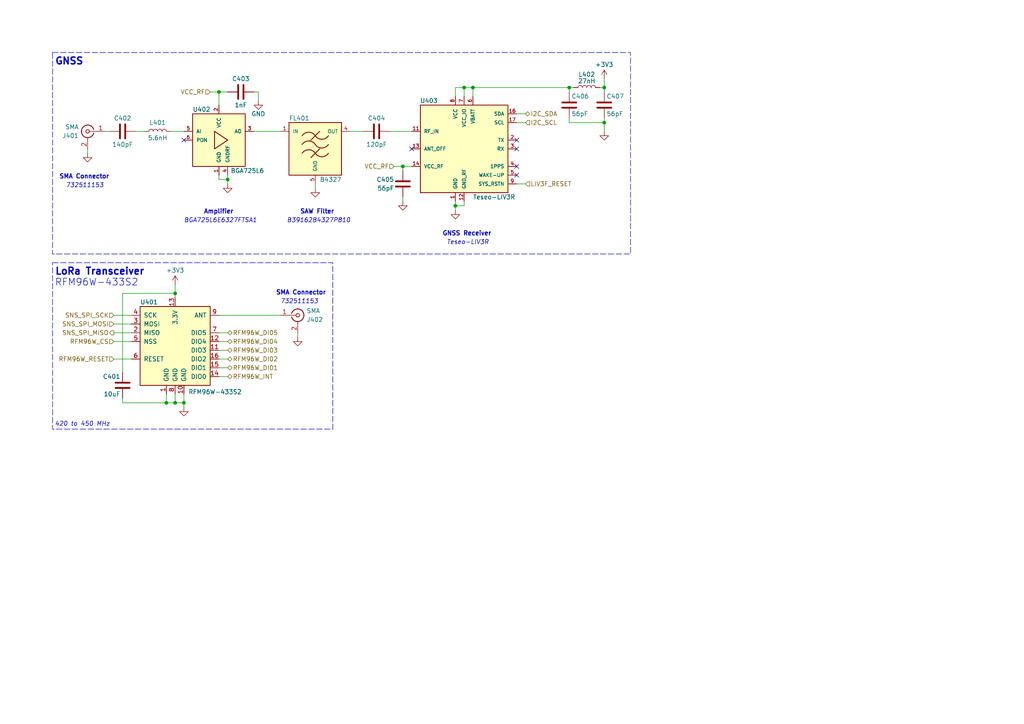
<source format=kicad_sch>
(kicad_sch (version 20230121) (generator eeschema)

  (uuid 25e87aab-0877-4568-a426-1d554c854643)

  (paper "A4")

  (title_block
    (title "MIDAS RF MK1")
    (date "2023-11-10")
    (rev "A")
    (company "Illinois Space Society")
    (comment 4 "Contributors: Yubo Wu")
  )

  (lib_symbols
    (symbol "Connector:Conn_Coaxial" (pin_names (offset 1.016) hide) (in_bom yes) (on_board yes)
      (property "Reference" "J" (at 0.254 3.048 0)
        (effects (font (size 1.27 1.27)))
      )
      (property "Value" "Conn_Coaxial" (at 2.921 0 90)
        (effects (font (size 1.27 1.27)))
      )
      (property "Footprint" "" (at 0 0 0)
        (effects (font (size 1.27 1.27)) hide)
      )
      (property "Datasheet" " ~" (at 0 0 0)
        (effects (font (size 1.27 1.27)) hide)
      )
      (property "ki_keywords" "BNC SMA SMB SMC LEMO coaxial connector CINCH RCA" (at 0 0 0)
        (effects (font (size 1.27 1.27)) hide)
      )
      (property "ki_description" "coaxial connector (BNC, SMA, SMB, SMC, Cinch/RCA, LEMO, ...)" (at 0 0 0)
        (effects (font (size 1.27 1.27)) hide)
      )
      (property "ki_fp_filters" "*BNC* *SMA* *SMB* *SMC* *Cinch* *LEMO*" (at 0 0 0)
        (effects (font (size 1.27 1.27)) hide)
      )
      (symbol "Conn_Coaxial_0_1"
        (arc (start -1.778 -0.508) (mid 0.2311 -1.8066) (end 1.778 0)
          (stroke (width 0.254) (type default))
          (fill (type none))
        )
        (polyline
          (pts
            (xy -2.54 0)
            (xy -0.508 0)
          )
          (stroke (width 0) (type default))
          (fill (type none))
        )
        (polyline
          (pts
            (xy 0 -2.54)
            (xy 0 -1.778)
          )
          (stroke (width 0) (type default))
          (fill (type none))
        )
        (circle (center 0 0) (radius 0.508)
          (stroke (width 0.2032) (type default))
          (fill (type none))
        )
        (arc (start 1.778 0) (mid 0.2099 1.8101) (end -1.778 0.508)
          (stroke (width 0.254) (type default))
          (fill (type none))
        )
      )
      (symbol "Conn_Coaxial_1_1"
        (pin passive line (at -5.08 0 0) (length 2.54)
          (name "In" (effects (font (size 1.27 1.27))))
          (number "1" (effects (font (size 1.27 1.27))))
        )
        (pin passive line (at 0 -5.08 90) (length 2.54)
          (name "Ext" (effects (font (size 1.27 1.27))))
          (number "2" (effects (font (size 1.27 1.27))))
        )
      )
    )
    (symbol "D24V50F5:C" (pin_numbers hide) (pin_names (offset 0.254)) (in_bom yes) (on_board yes)
      (property "Reference" "C" (at 0.635 2.54 0)
        (effects (font (size 1.27 1.27)) (justify left))
      )
      (property "Value" "C" (at 0.635 -2.54 0)
        (effects (font (size 1.27 1.27)) (justify left))
      )
      (property "Footprint" "" (at 0.9652 -3.81 0)
        (effects (font (size 1.27 1.27)) hide)
      )
      (property "Datasheet" "~" (at 0 0 0)
        (effects (font (size 1.27 1.27)) hide)
      )
      (property "ki_keywords" "cap capacitor" (at 0 0 0)
        (effects (font (size 1.27 1.27)) hide)
      )
      (property "ki_description" "Unpolarized capacitor" (at 0 0 0)
        (effects (font (size 1.27 1.27)) hide)
      )
      (property "ki_fp_filters" "C_*" (at 0 0 0)
        (effects (font (size 1.27 1.27)) hide)
      )
      (symbol "C_0_1"
        (polyline
          (pts
            (xy -2.032 -0.762)
            (xy 2.032 -0.762)
          )
          (stroke (width 0.508) (type default))
          (fill (type none))
        )
        (polyline
          (pts
            (xy -2.032 0.762)
            (xy 2.032 0.762)
          )
          (stroke (width 0.508) (type default))
          (fill (type none))
        )
      )
      (symbol "C_1_1"
        (pin passive line (at 0 3.81 270) (length 2.794)
          (name "~" (effects (font (size 1.27 1.27))))
          (number "1" (effects (font (size 1.27 1.27))))
        )
        (pin passive line (at 0 -3.81 90) (length 2.794)
          (name "~" (effects (font (size 1.27 1.27))))
          (number "2" (effects (font (size 1.27 1.27))))
        )
      )
    )
    (symbol "Device:C" (pin_numbers hide) (pin_names (offset 0.254)) (in_bom yes) (on_board yes)
      (property "Reference" "C" (at 0.635 2.54 0)
        (effects (font (size 1.27 1.27)) (justify left))
      )
      (property "Value" "C" (at 0.635 -2.54 0)
        (effects (font (size 1.27 1.27)) (justify left))
      )
      (property "Footprint" "" (at 0.9652 -3.81 0)
        (effects (font (size 1.27 1.27)) hide)
      )
      (property "Datasheet" "~" (at 0 0 0)
        (effects (font (size 1.27 1.27)) hide)
      )
      (property "ki_keywords" "cap capacitor" (at 0 0 0)
        (effects (font (size 1.27 1.27)) hide)
      )
      (property "ki_description" "Unpolarized capacitor" (at 0 0 0)
        (effects (font (size 1.27 1.27)) hide)
      )
      (property "ki_fp_filters" "C_*" (at 0 0 0)
        (effects (font (size 1.27 1.27)) hide)
      )
      (symbol "C_0_1"
        (polyline
          (pts
            (xy -2.032 -0.762)
            (xy 2.032 -0.762)
          )
          (stroke (width 0.508) (type default))
          (fill (type none))
        )
        (polyline
          (pts
            (xy -2.032 0.762)
            (xy 2.032 0.762)
          )
          (stroke (width 0.508) (type default))
          (fill (type none))
        )
      )
      (symbol "C_1_1"
        (pin passive line (at 0 3.81 270) (length 2.794)
          (name "~" (effects (font (size 1.27 1.27))))
          (number "1" (effects (font (size 1.27 1.27))))
        )
        (pin passive line (at 0 -3.81 90) (length 2.794)
          (name "~" (effects (font (size 1.27 1.27))))
          (number "2" (effects (font (size 1.27 1.27))))
        )
      )
    )
    (symbol "Device:L" (pin_numbers hide) (pin_names (offset 1.016) hide) (in_bom yes) (on_board yes)
      (property "Reference" "L" (at -1.27 0 90)
        (effects (font (size 1.27 1.27)))
      )
      (property "Value" "L" (at 1.905 0 90)
        (effects (font (size 1.27 1.27)))
      )
      (property "Footprint" "" (at 0 0 0)
        (effects (font (size 1.27 1.27)) hide)
      )
      (property "Datasheet" "~" (at 0 0 0)
        (effects (font (size 1.27 1.27)) hide)
      )
      (property "ki_keywords" "inductor choke coil reactor magnetic" (at 0 0 0)
        (effects (font (size 1.27 1.27)) hide)
      )
      (property "ki_description" "Inductor" (at 0 0 0)
        (effects (font (size 1.27 1.27)) hide)
      )
      (property "ki_fp_filters" "Choke_* *Coil* Inductor_* L_*" (at 0 0 0)
        (effects (font (size 1.27 1.27)) hide)
      )
      (symbol "L_0_1"
        (arc (start 0 -2.54) (mid 0.6323 -1.905) (end 0 -1.27)
          (stroke (width 0) (type default))
          (fill (type none))
        )
        (arc (start 0 -1.27) (mid 0.6323 -0.635) (end 0 0)
          (stroke (width 0) (type default))
          (fill (type none))
        )
        (arc (start 0 0) (mid 0.6323 0.635) (end 0 1.27)
          (stroke (width 0) (type default))
          (fill (type none))
        )
        (arc (start 0 1.27) (mid 0.6323 1.905) (end 0 2.54)
          (stroke (width 0) (type default))
          (fill (type none))
        )
      )
      (symbol "L_1_1"
        (pin passive line (at 0 3.81 270) (length 1.27)
          (name "1" (effects (font (size 1.27 1.27))))
          (number "1" (effects (font (size 1.27 1.27))))
        )
        (pin passive line (at 0 -3.81 90) (length 1.27)
          (name "2" (effects (font (size 1.27 1.27))))
          (number "2" (effects (font (size 1.27 1.27))))
        )
      )
    )
    (symbol "RF_Amplifier_Infineon:BGA725L6" (pin_names (offset 1.016)) (in_bom yes) (on_board yes)
      (property "Reference" "U" (at -6.985 8.89 0)
        (effects (font (size 1.27 1.27)))
      )
      (property "Value" "BGA725L6" (at 6.985 8.89 0)
        (effects (font (size 1.27 1.27)))
      )
      (property "Footprint" "RF_Amplifier_Infineon:TSNP-6-2" (at 0 0 0)
        (effects (font (size 1.27 1.27)) (justify bottom) hide)
      )
      (property "Datasheet" "https://www.infineon.com/dgdl/BGA725L6_V2+0.pdf?folderId=db3a30431f848401011fcbf2ab4c04c4&fileId=db3a30433784a0400137ef9a4d341f23" (at 0 0 0)
        (effects (font (size 1.27 1.27)) hide)
      )
      (property "ki_keywords" "Low Noise Amplifier GNSS 20db 3.6mA Infineon" (at 0 0 0)
        (effects (font (size 1.27 1.27)) hide)
      )
      (property "ki_description" "Low Noise Amplifier GNSS 20db 3.6mA Infineon" (at 0 0 0)
        (effects (font (size 1.27 1.27)) hide)
      )
      (symbol "BGA725L6_0_0"
        (rectangle (start -7.62 7.62) (end 7.62 -7.62)
          (stroke (width 0.254) (type default))
          (fill (type background))
        )
        (pin power_in line (at 0 -10.16 90) (length 2.54)
          (name "GND" (effects (font (size 1.016 1.016))))
          (number "1" (effects (font (size 1.016 1.016))))
        )
        (pin power_in line (at 0 10.16 270) (length 2.54)
          (name "VCC" (effects (font (size 1.016 1.016))))
          (number "2" (effects (font (size 1.016 1.016))))
        )
        (pin output line (at 10.16 2.54 180) (length 2.54)
          (name "AO" (effects (font (size 1.016 1.016))))
          (number "3" (effects (font (size 1.016 1.016))))
        )
        (pin power_in line (at 2.54 -10.16 90) (length 2.54)
          (name "GNDRF" (effects (font (size 1.016 1.016))))
          (number "4" (effects (font (size 1.016 1.016))))
        )
        (pin input line (at -10.16 2.54 0) (length 2.54)
          (name "AI" (effects (font (size 1.016 1.016))))
          (number "5" (effects (font (size 1.016 1.016))))
        )
        (pin input line (at -10.16 0 0) (length 2.54)
          (name "PON" (effects (font (size 1.016 1.016))))
          (number "6" (effects (font (size 1.016 1.016))))
        )
      )
      (symbol "BGA725L6_1_1"
        (polyline
          (pts
            (xy -1.27 2.54)
            (xy 2.54 0)
            (xy -1.27 -2.54)
            (xy -1.27 2.54)
          )
          (stroke (width 0.254) (type default))
          (fill (type background))
        )
      )
    )
    (symbol "RF_Filter_Qualcomm:B4327" (pin_names (offset 1.016)) (in_bom yes) (on_board yes)
      (property "Reference" "FL" (at -6.35 8.89 0)
        (effects (font (size 1.27 1.27)))
      )
      (property "Value" "B4327" (at 5.08 8.89 0)
        (effects (font (size 1.27 1.27)))
      )
      (property "Footprint" "RF_Filter_Qualcomm:SMD-5" (at 2.54 -17.78 0)
        (effects (font (size 1.27 1.27)) (justify bottom) hide)
      )
      (property "Datasheet" "https://mm.digikey.com/Volume0/opasdata/d220001/medias/docus/992/B39162B4327P810_Rev2.2.pdf" (at -6.35 0 0)
        (effects (font (size 1.27 1.27)) hide)
      )
      (property "ki_keywords" "SAW RF filter Beidou GPS GLONASS Center 1582.4 MHz Qualcomm" (at 0 0 0)
        (effects (font (size 1.27 1.27)) hide)
      )
      (property "ki_description" "SAW RF filter, Beidou GPS GLONASS Center 1582.4 MHz Qualcomm" (at 0 0 0)
        (effects (font (size 1.27 1.27)) hide)
      )
      (symbol "B4327_0_0"
        (rectangle (start -7.62 7.62) (end 7.62 -7.62)
          (stroke (width 0.254) (type default))
          (fill (type background))
        )
        (pin input line (at -10.16 5.08 0) (length 2.54)
          (name "IN" (effects (font (size 1.016 1.016))))
          (number "1" (effects (font (size 1.016 1.016))))
        )
        (pin output line (at 10.16 5.08 180) (length 2.54)
          (name "OUT" (effects (font (size 1.016 1.016))))
          (number "4" (effects (font (size 1.016 1.016))))
        )
        (pin power_in line (at 0 -10.16 90) (length 2.54)
          (name "GND" (effects (font (size 1.016 1.016))))
          (number "5" (effects (font (size 1.016 1.016))))
        )
      )
      (symbol "B4327_0_1"
        (arc (start 0 -1.2699) (mid -1.905 -0.2504) (end -3.81 -1.2699)
          (stroke (width 0.254) (type default))
          (fill (type none))
        )
        (arc (start 0 -1.2699) (mid 1.905 -2.2894) (end 3.81 -1.2699)
          (stroke (width 0.254) (type default))
          (fill (type none))
        )
        (polyline
          (pts
            (xy -1.27 -2.5399)
            (xy 1.27 0.0001)
          )
          (stroke (width 0.254) (type default))
          (fill (type none))
        )
        (polyline
          (pts
            (xy -1.27 2.5401)
            (xy 1.27 5.0801)
          )
          (stroke (width 0.254) (type default))
          (fill (type none))
        )
        (arc (start 0 1.2701) (mid -1.905 2.2896) (end -3.81 1.2701)
          (stroke (width 0.254) (type default))
          (fill (type none))
        )
        (arc (start 0 1.2701) (mid 1.905 0.2506) (end 3.81 1.2701)
          (stroke (width 0.254) (type default))
          (fill (type none))
        )
        (arc (start 0 3.8101) (mid -1.905 4.8296) (end -3.81 3.8101)
          (stroke (width 0.254) (type default))
          (fill (type none))
        )
        (arc (start 0 3.8101) (mid 1.905 2.7906) (end 3.81 3.8101)
          (stroke (width 0.254) (type default))
          (fill (type none))
        )
      )
      (symbol "B4327_1_0"
        (pin power_in line (at 0 -10.16 90) (length 2.54) hide
          (name "GND" (effects (font (size 1.016 1.016))))
          (number "2" (effects (font (size 1.016 1.016))))
        )
        (pin power_in line (at 0 -10.16 90) (length 2.54) hide
          (name "GND" (effects (font (size 1.016 1.016))))
          (number "3" (effects (font (size 1.016 1.016))))
        )
      )
    )
    (symbol "RF_GPS_ST:Teseo-LIV3R" (pin_names (offset 1.016)) (in_bom yes) (on_board yes)
      (property "Reference" "U" (at 40.64 -45.72 0)
        (effects (font (size 1.27 1.27)))
      )
      (property "Value" "Teseo-LIV3R" (at 40.64 -43.18 0)
        (effects (font (size 1.27 1.27)))
      )
      (property "Footprint" "RF_GPS_ST:Teseo-LIV3R" (at -12.7 -40.64 0)
        (effects (font (size 1.27 1.27)) (justify bottom) hide)
      )
      (property "Datasheet" "https://www.st.com/resource/en/datasheet/teseo-liv3r.pdf" (at -2.54 -50.8 0)
        (effects (font (size 1.27 1.27)) hide)
      )
      (property "ki_keywords" "GNSS GPS Module ROM 100km 163 dBm tracking sensitivity 1.5 m CEP ST STMicroelectronics" (at 0 0 0)
        (effects (font (size 1.27 1.27)) hide)
      )
      (property "ki_description" "GNSS Module ROM 100km, 163 dBm tracking sensitivity, 1.5 m CEP ST" (at 0 0 0)
        (effects (font (size 1.27 1.27)) hide)
      )
      (symbol "Teseo-LIV3R_0_0"
        (rectangle (start -12.7 12.7) (end 12.7 -12.7)
          (stroke (width 0.254) (type default))
          (fill (type background))
        )
        (pin power_in line (at 2.54 -15.24 90) (length 2.54)
          (name "GND" (effects (font (size 1.016 1.016))))
          (number "1" (effects (font (size 1.016 1.016))))
        )
        (pin input line (at 15.24 5.08 180) (length 2.54)
          (name "RF_IN" (effects (font (size 1.016 1.016))))
          (number "11" (effects (font (size 1.016 1.016))))
        )
        (pin power_in line (at 0 -15.24 90) (length 2.54)
          (name "GND_RF" (effects (font (size 1.016 1.016))))
          (number "12" (effects (font (size 1.016 1.016))))
        )
        (pin output line (at 15.24 0 180) (length 2.54)
          (name "ANT_OFF" (effects (font (size 1.016 1.016))))
          (number "13" (effects (font (size 1.016 1.016))))
        )
        (pin power_out line (at 15.24 -5.08 180) (length 2.54)
          (name "VCC_RF" (effects (font (size 1.016 1.016))))
          (number "14" (effects (font (size 1.016 1.016))))
        )
        (pin bidirectional line (at -15.24 10.16 0) (length 2.54)
          (name "SDA" (effects (font (size 1.016 1.016))))
          (number "16" (effects (font (size 1.016 1.016))))
        )
        (pin input line (at -15.24 7.62 0) (length 2.54)
          (name "SCL" (effects (font (size 1.016 1.016))))
          (number "17" (effects (font (size 1.016 1.016))))
        )
        (pin output line (at -15.24 2.54 0) (length 2.54)
          (name "TX" (effects (font (size 1.016 1.016))))
          (number "2" (effects (font (size 1.016 1.016))))
        )
        (pin input line (at -15.24 0 0) (length 2.54)
          (name "RX" (effects (font (size 1.016 1.016))))
          (number "3" (effects (font (size 1.016 1.016))))
        )
        (pin output line (at -15.24 -5.08 0) (length 2.54)
          (name "1PPS" (effects (font (size 1.016 1.016))))
          (number "4" (effects (font (size 1.016 1.016))))
        )
        (pin input line (at -15.24 -7.62 0) (length 2.54)
          (name "WAKE-UP" (effects (font (size 1.016 1.016))))
          (number "5" (effects (font (size 1.016 1.016))))
        )
        (pin power_in line (at -2.54 15.24 270) (length 2.54)
          (name "VBATT" (effects (font (size 1.016 1.016))))
          (number "6" (effects (font (size 1.016 1.016))))
        )
        (pin power_in line (at 0 15.24 270) (length 2.54)
          (name "VCC_IO" (effects (font (size 1.016 1.016))))
          (number "7" (effects (font (size 1.016 1.016))))
        )
        (pin power_in line (at 2.54 15.24 270) (length 2.54)
          (name "VCC" (effects (font (size 1.016 1.016))))
          (number "8" (effects (font (size 1.016 1.016))))
        )
        (pin input line (at -15.24 -10.16 0) (length 2.54)
          (name "SYS_RSTN" (effects (font (size 1.016 1.016))))
          (number "9" (effects (font (size 1.016 1.016))))
        )
      )
      (symbol "Teseo-LIV3R_1_0"
        (pin power_in line (at 0 -15.24 90) (length 2.54) hide
          (name "GND_RF" (effects (font (size 1.016 1.016))))
          (number "10" (effects (font (size 1.016 1.016))))
        )
        (pin no_connect line (at 15.24 -10.16 180) (length 2.54) hide
          (name "RESERVED" (effects (font (size 1.016 1.016))))
          (number "15" (effects (font (size 1.016 1.016))))
        )
        (pin no_connect line (at 15.24 -10.16 180) (length 2.54) hide
          (name "RESERVED" (effects (font (size 1.016 1.016))))
          (number "18" (effects (font (size 1.016 1.016))))
        )
      )
    )
    (symbol "RF_Module:RFM96W-433S2" (pin_names (offset 1.016)) (in_bom yes) (on_board yes)
      (property "Reference" "U" (at -10.414 11.684 0)
        (effects (font (size 1.27 1.27)) (justify left))
      )
      (property "Value" "RFM96W-433S2" (at 1.524 11.43 0)
        (effects (font (size 1.27 1.27)) (justify left))
      )
      (property "Footprint" "" (at -83.82 41.91 0)
        (effects (font (size 1.27 1.27)) hide)
      )
      (property "Datasheet" "https://www.hoperf.com/data/upload/portal/20181127/5bfcc0ac60235.pdf" (at -83.82 41.91 0)
        (effects (font (size 1.27 1.27)) hide)
      )
      (property "ki_keywords" "Low power long range transceiver module" (at 0 0 0)
        (effects (font (size 1.27 1.27)) hide)
      )
      (property "ki_description" "Low power long range transceiver module, SPI and parallel interface, 433 MHz, spreading factor 6 to12, bandwidth 7.8 to 500kHz, -111 to -148 dBm, SMD-16, DIP-16" (at 0 0 0)
        (effects (font (size 1.27 1.27)) hide)
      )
      (property "ki_fp_filters" "HOPERF*RFM9XW*" (at 0 0 0)
        (effects (font (size 1.27 1.27)) hide)
      )
      (symbol "RFM96W-433S2_0_1"
        (rectangle (start -10.16 10.16) (end 10.16 -12.7)
          (stroke (width 0.254) (type default))
          (fill (type background))
        )
      )
      (symbol "RFM96W-433S2_1_1"
        (pin power_in line (at -2.54 -15.24 90) (length 2.54)
          (name "GND" (effects (font (size 1.27 1.27))))
          (number "1" (effects (font (size 1.27 1.27))))
        )
        (pin power_in line (at 2.54 -15.24 90) (length 2.54)
          (name "GND" (effects (font (size 1.27 1.27))))
          (number "10" (effects (font (size 1.27 1.27))))
        )
        (pin bidirectional line (at 12.7 -2.54 180) (length 2.54)
          (name "DIO3" (effects (font (size 1.27 1.27))))
          (number "11" (effects (font (size 1.27 1.27))))
        )
        (pin bidirectional line (at 12.7 0 180) (length 2.54)
          (name "DIO4" (effects (font (size 1.27 1.27))))
          (number "12" (effects (font (size 1.27 1.27))))
        )
        (pin power_in line (at 0 12.7 270) (length 2.54)
          (name "3.3V" (effects (font (size 1.27 1.27))))
          (number "13" (effects (font (size 1.27 1.27))))
        )
        (pin bidirectional line (at 12.7 -10.16 180) (length 2.54)
          (name "DIO0" (effects (font (size 1.27 1.27))))
          (number "14" (effects (font (size 1.27 1.27))))
        )
        (pin bidirectional line (at 12.7 -7.62 180) (length 2.54)
          (name "DIO1" (effects (font (size 1.27 1.27))))
          (number "15" (effects (font (size 1.27 1.27))))
        )
        (pin bidirectional line (at 12.7 -5.08 180) (length 2.54)
          (name "DIO2" (effects (font (size 1.27 1.27))))
          (number "16" (effects (font (size 1.27 1.27))))
        )
        (pin output line (at -12.7 2.54 0) (length 2.54)
          (name "MISO" (effects (font (size 1.27 1.27))))
          (number "2" (effects (font (size 1.27 1.27))))
        )
        (pin input line (at -12.7 5.08 0) (length 2.54)
          (name "MOSI" (effects (font (size 1.27 1.27))))
          (number "3" (effects (font (size 1.27 1.27))))
        )
        (pin input line (at -12.7 7.62 0) (length 2.54)
          (name "SCK" (effects (font (size 1.27 1.27))))
          (number "4" (effects (font (size 1.27 1.27))))
        )
        (pin input line (at -12.7 0 0) (length 2.54)
          (name "NSS" (effects (font (size 1.27 1.27))))
          (number "5" (effects (font (size 1.27 1.27))))
        )
        (pin bidirectional line (at -12.7 -5.08 0) (length 2.54)
          (name "RESET" (effects (font (size 1.27 1.27))))
          (number "6" (effects (font (size 1.27 1.27))))
        )
        (pin bidirectional line (at 12.7 2.54 180) (length 2.54)
          (name "DIO5" (effects (font (size 1.27 1.27))))
          (number "7" (effects (font (size 1.27 1.27))))
        )
        (pin power_in line (at 0 -15.24 90) (length 2.54)
          (name "GND" (effects (font (size 1.27 1.27))))
          (number "8" (effects (font (size 1.27 1.27))))
        )
        (pin bidirectional line (at 12.7 7.62 180) (length 2.54)
          (name "ANT" (effects (font (size 1.27 1.27))))
          (number "9" (effects (font (size 1.27 1.27))))
        )
      )
    )
    (symbol "power:+3V3" (power) (pin_names (offset 0)) (in_bom yes) (on_board yes)
      (property "Reference" "#PWR" (at 0 -3.81 0)
        (effects (font (size 1.27 1.27)) hide)
      )
      (property "Value" "+3V3" (at 0 3.556 0)
        (effects (font (size 1.27 1.27)))
      )
      (property "Footprint" "" (at 0 0 0)
        (effects (font (size 1.27 1.27)) hide)
      )
      (property "Datasheet" "" (at 0 0 0)
        (effects (font (size 1.27 1.27)) hide)
      )
      (property "ki_keywords" "global power" (at 0 0 0)
        (effects (font (size 1.27 1.27)) hide)
      )
      (property "ki_description" "Power symbol creates a global label with name \"+3V3\"" (at 0 0 0)
        (effects (font (size 1.27 1.27)) hide)
      )
      (symbol "+3V3_0_1"
        (polyline
          (pts
            (xy -0.762 1.27)
            (xy 0 2.54)
          )
          (stroke (width 0) (type default))
          (fill (type none))
        )
        (polyline
          (pts
            (xy 0 0)
            (xy 0 2.54)
          )
          (stroke (width 0) (type default))
          (fill (type none))
        )
        (polyline
          (pts
            (xy 0 2.54)
            (xy 0.762 1.27)
          )
          (stroke (width 0) (type default))
          (fill (type none))
        )
      )
      (symbol "+3V3_1_1"
        (pin power_in line (at 0 0 90) (length 0) hide
          (name "+3V3" (effects (font (size 1.27 1.27))))
          (number "1" (effects (font (size 1.27 1.27))))
        )
      )
    )
    (symbol "power:GND" (power) (pin_names (offset 0)) (in_bom yes) (on_board yes)
      (property "Reference" "#PWR" (at 0 -6.35 0)
        (effects (font (size 1.27 1.27)) hide)
      )
      (property "Value" "GND" (at 0 -3.81 0)
        (effects (font (size 1.27 1.27)))
      )
      (property "Footprint" "" (at 0 0 0)
        (effects (font (size 1.27 1.27)) hide)
      )
      (property "Datasheet" "" (at 0 0 0)
        (effects (font (size 1.27 1.27)) hide)
      )
      (property "ki_keywords" "global power" (at 0 0 0)
        (effects (font (size 1.27 1.27)) hide)
      )
      (property "ki_description" "Power symbol creates a global label with name \"GND\" , ground" (at 0 0 0)
        (effects (font (size 1.27 1.27)) hide)
      )
      (symbol "GND_0_1"
        (polyline
          (pts
            (xy 0 0)
            (xy 0 -1.27)
            (xy 1.27 -1.27)
            (xy 0 -2.54)
            (xy -1.27 -1.27)
            (xy 0 -1.27)
          )
          (stroke (width 0) (type default))
          (fill (type none))
        )
      )
      (symbol "GND_1_1"
        (pin power_in line (at 0 0 270) (length 0) hide
          (name "GND" (effects (font (size 1.27 1.27))))
          (number "1" (effects (font (size 1.27 1.27))))
        )
      )
    )
  )

  (junction (at 137.16 25.4) (diameter 0) (color 0 0 0 0)
    (uuid 090a6cb9-6d4a-4854-a20a-2c2732df7054)
  )
  (junction (at 50.8 116.84) (diameter 0) (color 0 0 0 0)
    (uuid 0ba13694-939c-4532-9187-4742aa17f50e)
  )
  (junction (at 63.5 26.67) (diameter 0) (color 0 0 0 0)
    (uuid 11a83047-24d5-485c-b791-3fa38fd032ba)
  )
  (junction (at 66.04 52.07) (diameter 0) (color 0 0 0 0)
    (uuid 16e415d0-fd45-4d40-90f8-3097c0fbd2de)
  )
  (junction (at 48.26 116.84) (diameter 0) (color 0 0 0 0)
    (uuid 6132ba98-10d2-46e9-8a75-37908c3d83cb)
  )
  (junction (at 50.8 85.09) (diameter 0) (color 0 0 0 0)
    (uuid 6ff050e2-fdb7-40da-a6c9-d93cbfc16d46)
  )
  (junction (at 175.26 25.4) (diameter 0) (color 0 0 0 0)
    (uuid 76866073-c301-47a5-a290-a8f9c9921380)
  )
  (junction (at 132.08 59.69) (diameter 0) (color 0 0 0 0)
    (uuid 8ad7099c-ef57-4e2f-9c77-d4bc9af13d59)
  )
  (junction (at 116.84 48.26) (diameter 0) (color 0 0 0 0)
    (uuid 9502afc8-c1b1-44cd-a291-f151caa7551d)
  )
  (junction (at 134.62 25.4) (diameter 0) (color 0 0 0 0)
    (uuid a9b13e46-2f85-4e8a-805c-53976fd75c88)
  )
  (junction (at 175.26 35.56) (diameter 0) (color 0 0 0 0)
    (uuid d0c4325c-970e-4ab3-beec-4f9d644566d5)
  )
  (junction (at 53.34 116.84) (diameter 0) (color 0 0 0 0)
    (uuid f851b4d0-1fe9-4430-98c8-ff0cf3ffa95b)
  )
  (junction (at 165.1 25.4) (diameter 0) (color 0 0 0 0)
    (uuid f96cc8cc-ce3d-4daa-93da-bf626e2719bd)
  )

  (no_connect (at 149.86 48.26) (uuid 1e44f6a7-1fb4-44e2-8f15-236bce9aa898))
  (no_connect (at 53.34 40.64) (uuid 49a84844-6fa3-46f4-8694-3a10ed2a0b99))
  (no_connect (at 149.86 43.18) (uuid 6c83b8ca-f50c-4bdf-9702-1f599c997f96))
  (no_connect (at 149.86 50.8) (uuid ad9112ad-e23c-45f6-bd99-717d6cd4a26f))
  (no_connect (at 149.86 40.64) (uuid b14df118-85a9-408a-8098-487c2b74a401))
  (no_connect (at 119.38 43.18) (uuid c7a5ecf8-b22b-41db-8406-21c6ab395c1b))

  (wire (pts (xy 35.56 85.09) (xy 50.8 85.09))
    (stroke (width 0) (type default))
    (uuid 03087d76-77f1-441e-b954-9768bfde7810)
  )
  (wire (pts (xy 132.08 59.69) (xy 132.08 60.96))
    (stroke (width 0) (type default))
    (uuid 06f89051-9556-4821-9f18-ade0e598e1dc)
  )
  (wire (pts (xy 134.62 59.69) (xy 134.62 58.42))
    (stroke (width 0) (type default))
    (uuid 079c0b26-b7dc-4f6b-b5be-e33cb2783749)
  )
  (wire (pts (xy 175.26 25.4) (xy 173.99 25.4))
    (stroke (width 0) (type default))
    (uuid 0a99bfae-ac2e-4095-a01e-eb14597ae6fa)
  )
  (wire (pts (xy 63.5 109.22) (xy 66.04 109.22))
    (stroke (width 0) (type default))
    (uuid 0f4f4dd6-1e93-400f-9ebf-c53a5f9a105f)
  )
  (wire (pts (xy 63.5 50.8) (xy 63.5 52.07))
    (stroke (width 0) (type default))
    (uuid 11c3354a-2b31-4cd2-a108-4a554e644a82)
  )
  (wire (pts (xy 49.53 38.1) (xy 53.34 38.1))
    (stroke (width 0) (type default))
    (uuid 14024566-1e4e-432d-ba45-8601f4ec9dcb)
  )
  (wire (pts (xy 50.8 85.09) (xy 50.8 86.36))
    (stroke (width 0) (type default))
    (uuid 1bcd572d-f1ea-4723-a50f-d4a0e0e53bf6)
  )
  (wire (pts (xy 113.03 38.1) (xy 119.38 38.1))
    (stroke (width 0) (type default))
    (uuid 25415565-3c25-453b-bdd7-8ef6d7b879e3)
  )
  (wire (pts (xy 48.26 116.84) (xy 50.8 116.84))
    (stroke (width 0) (type default))
    (uuid 25a2b644-a177-435c-9882-4ba7fee900fe)
  )
  (wire (pts (xy 63.5 30.48) (xy 63.5 26.67))
    (stroke (width 0) (type default))
    (uuid 272bba3c-7fa4-47ce-8a36-c01b7916a1f2)
  )
  (wire (pts (xy 86.36 96.52) (xy 86.36 97.79))
    (stroke (width 0) (type default))
    (uuid 2849c13f-74d0-4cf8-98db-d5b3e72362c5)
  )
  (wire (pts (xy 25.4 43.18) (xy 25.4 44.45))
    (stroke (width 0) (type default))
    (uuid 2aff4f09-ae1c-4859-9e98-7d776910f2f1)
  )
  (wire (pts (xy 50.8 82.55) (xy 50.8 85.09))
    (stroke (width 0) (type default))
    (uuid 2dd2bf80-3bef-4dd6-be01-85a0f8aefabb)
  )
  (wire (pts (xy 152.4 35.56) (xy 149.86 35.56))
    (stroke (width 0) (type default))
    (uuid 366e6c32-cbcb-4919-8d16-e86ab298eed1)
  )
  (wire (pts (xy 74.93 29.21) (xy 74.93 26.67))
    (stroke (width 0) (type default))
    (uuid 3b9fcb47-3da0-4598-8034-932eac470143)
  )
  (wire (pts (xy 132.08 58.42) (xy 132.08 59.69))
    (stroke (width 0) (type default))
    (uuid 3efbca2a-7b1b-4c95-bcbb-b92e115bf088)
  )
  (wire (pts (xy 134.62 25.4) (xy 134.62 27.94))
    (stroke (width 0) (type default))
    (uuid 4276e03b-3454-41a0-8297-c704f2dd628d)
  )
  (wire (pts (xy 50.8 114.3) (xy 50.8 116.84))
    (stroke (width 0) (type default))
    (uuid 486d7c56-1775-47ae-baf3-54399d3ebb13)
  )
  (wire (pts (xy 63.5 96.52) (xy 66.04 96.52))
    (stroke (width 0) (type default))
    (uuid 498b33d2-8450-40ed-ab7e-f5fc4d39daa5)
  )
  (wire (pts (xy 137.16 25.4) (xy 137.16 27.94))
    (stroke (width 0) (type default))
    (uuid 4a38a4fa-f94f-4df1-8ab0-6aa645b90beb)
  )
  (wire (pts (xy 39.37 38.1) (xy 41.91 38.1))
    (stroke (width 0) (type default))
    (uuid 4bba74ac-c0d5-4ddf-a742-b0e7c9c673f0)
  )
  (wire (pts (xy 175.26 22.86) (xy 175.26 25.4))
    (stroke (width 0) (type default))
    (uuid 4dc93374-de5c-4827-8996-5f690841ee95)
  )
  (wire (pts (xy 63.5 104.14) (xy 66.04 104.14))
    (stroke (width 0) (type default))
    (uuid 50e7d98d-37e9-4fb9-be3c-68acfb88729f)
  )
  (wire (pts (xy 63.5 52.07) (xy 66.04 52.07))
    (stroke (width 0) (type default))
    (uuid 5286a527-95c9-4bec-97c3-87795f537336)
  )
  (wire (pts (xy 63.5 91.44) (xy 81.28 91.44))
    (stroke (width 0) (type default))
    (uuid 61230c4b-42d4-4916-b248-0672e4717d6c)
  )
  (wire (pts (xy 33.02 104.14) (xy 38.1 104.14))
    (stroke (width 0) (type default))
    (uuid 63d82eec-2d08-48d2-ab36-42b9fbded041)
  )
  (wire (pts (xy 38.1 91.44) (xy 33.02 91.44))
    (stroke (width 0) (type default))
    (uuid 6721879f-574e-4b66-9ecd-a2487d72ceed)
  )
  (wire (pts (xy 63.5 106.68) (xy 66.04 106.68))
    (stroke (width 0) (type default))
    (uuid 686e5b7e-966a-442d-8a93-853d103be033)
  )
  (wire (pts (xy 165.1 34.29) (xy 165.1 35.56))
    (stroke (width 0) (type default))
    (uuid 693e52a5-cc09-4445-99fc-f2e86ea89685)
  )
  (wire (pts (xy 60.96 26.67) (xy 63.5 26.67))
    (stroke (width 0) (type default))
    (uuid 6a1562ff-48c2-4017-865b-4eb4550ce47a)
  )
  (wire (pts (xy 132.08 27.94) (xy 132.08 25.4))
    (stroke (width 0) (type default))
    (uuid 703a33f6-86ff-4cde-ab54-c3785cd3e5d9)
  )
  (wire (pts (xy 30.48 38.1) (xy 31.75 38.1))
    (stroke (width 0) (type default))
    (uuid 75447a1d-38ba-497f-98c9-8db3415378f8)
  )
  (wire (pts (xy 116.84 48.26) (xy 116.84 49.53))
    (stroke (width 0) (type default))
    (uuid 8d5d3461-b5f1-4bda-8b85-9caf79a5d522)
  )
  (wire (pts (xy 66.04 50.8) (xy 66.04 52.07))
    (stroke (width 0) (type default))
    (uuid 90848836-7e21-45e6-98bb-c9b4409960c5)
  )
  (wire (pts (xy 152.4 53.34) (xy 149.86 53.34))
    (stroke (width 0) (type default))
    (uuid 9623c725-45cd-40ad-a5b8-35b2ede7add7)
  )
  (wire (pts (xy 48.26 114.3) (xy 48.26 116.84))
    (stroke (width 0) (type default))
    (uuid 99f95a07-5dfb-4781-96e5-4dbd26bc62ef)
  )
  (wire (pts (xy 119.38 48.26) (xy 116.84 48.26))
    (stroke (width 0) (type default))
    (uuid 9db3f421-cbd8-4803-aaf4-0805b1b782be)
  )
  (wire (pts (xy 35.56 115.57) (xy 35.56 116.84))
    (stroke (width 0) (type default))
    (uuid a3726591-fdd7-4166-9e6a-ddbca6ec43d7)
  )
  (wire (pts (xy 166.37 25.4) (xy 165.1 25.4))
    (stroke (width 0) (type default))
    (uuid a6c344cf-1540-4900-a111-796bb3b7085f)
  )
  (wire (pts (xy 53.34 116.84) (xy 53.34 118.11))
    (stroke (width 0) (type default))
    (uuid a9be0391-c047-4fb5-bdc4-2a7290be3f52)
  )
  (wire (pts (xy 63.5 99.06) (xy 66.04 99.06))
    (stroke (width 0) (type default))
    (uuid aca21158-f4bb-4848-90e4-456754c603b4)
  )
  (wire (pts (xy 137.16 25.4) (xy 165.1 25.4))
    (stroke (width 0) (type default))
    (uuid acf8d9ae-5d1f-4e59-9a72-112997c27bde)
  )
  (wire (pts (xy 132.08 59.69) (xy 134.62 59.69))
    (stroke (width 0) (type default))
    (uuid aef9dc3c-5dfe-4208-8ef1-b32ea5e5e499)
  )
  (wire (pts (xy 33.02 93.98) (xy 38.1 93.98))
    (stroke (width 0) (type default))
    (uuid af9768ec-2622-451d-ab48-84b2b3b510c1)
  )
  (wire (pts (xy 116.84 57.15) (xy 116.84 58.42))
    (stroke (width 0) (type default))
    (uuid afc26f37-3826-4451-a639-8c7c81fcfceb)
  )
  (wire (pts (xy 74.93 26.67) (xy 73.66 26.67))
    (stroke (width 0) (type default))
    (uuid b542d393-4a56-4d9c-b4dc-c7567e14fd89)
  )
  (wire (pts (xy 66.04 52.07) (xy 66.04 53.34))
    (stroke (width 0) (type default))
    (uuid b5f932ef-aa20-4fac-b110-c72b176d78bc)
  )
  (wire (pts (xy 91.44 53.34) (xy 91.44 54.61))
    (stroke (width 0) (type default))
    (uuid bb369347-ad9a-4696-85b7-c04ce549efd8)
  )
  (wire (pts (xy 165.1 35.56) (xy 175.26 35.56))
    (stroke (width 0) (type default))
    (uuid bcdb43bb-ad00-4eb2-a329-3448ee1f4883)
  )
  (wire (pts (xy 175.26 26.67) (xy 175.26 25.4))
    (stroke (width 0) (type default))
    (uuid bfc8c296-b70b-425f-8362-5539dabb1d88)
  )
  (wire (pts (xy 134.62 25.4) (xy 137.16 25.4))
    (stroke (width 0) (type default))
    (uuid c2e6ca1b-5e20-436a-9e19-1d4f403e8d29)
  )
  (wire (pts (xy 175.26 34.29) (xy 175.26 35.56))
    (stroke (width 0) (type default))
    (uuid ca3fac8b-75ff-49e8-9fe0-a8c80f78bd5a)
  )
  (wire (pts (xy 116.84 48.26) (xy 114.3 48.26))
    (stroke (width 0) (type default))
    (uuid cb80ee53-2584-4992-8246-ca2067b34774)
  )
  (wire (pts (xy 48.26 116.84) (xy 35.56 116.84))
    (stroke (width 0) (type default))
    (uuid d73b0ea6-007b-49a8-b23d-1c0028b7b950)
  )
  (wire (pts (xy 152.4 33.02) (xy 149.86 33.02))
    (stroke (width 0) (type default))
    (uuid d9592345-ae1f-4e25-a09c-73fac73d452d)
  )
  (wire (pts (xy 73.66 38.1) (xy 81.28 38.1))
    (stroke (width 0) (type default))
    (uuid d97f5b32-0c6f-477f-afaf-5216ab34620b)
  )
  (wire (pts (xy 165.1 26.67) (xy 165.1 25.4))
    (stroke (width 0) (type default))
    (uuid de9aab0f-ce5e-47f1-85dd-42c711a2f62e)
  )
  (wire (pts (xy 38.1 96.52) (xy 33.02 96.52))
    (stroke (width 0) (type default))
    (uuid dfbe2a81-1009-47cb-87e7-21406f233c2a)
  )
  (wire (pts (xy 35.56 85.09) (xy 35.56 107.95))
    (stroke (width 0) (type default))
    (uuid e1b4464e-f3ab-446f-963c-19d2bd84211b)
  )
  (wire (pts (xy 175.26 35.56) (xy 175.26 38.1))
    (stroke (width 0) (type default))
    (uuid e322bba6-5fdb-4fa6-8833-2959c7916b7c)
  )
  (wire (pts (xy 53.34 114.3) (xy 53.34 116.84))
    (stroke (width 0) (type default))
    (uuid e8e65ac6-294d-4151-a30b-66269e619ab0)
  )
  (wire (pts (xy 101.6 38.1) (xy 105.41 38.1))
    (stroke (width 0) (type default))
    (uuid e8ed48a2-43b8-4446-bbdb-992c90cf016a)
  )
  (wire (pts (xy 53.34 116.84) (xy 50.8 116.84))
    (stroke (width 0) (type default))
    (uuid ea77b7fb-4156-46d9-b022-ecf333ffa282)
  )
  (wire (pts (xy 33.02 99.06) (xy 38.1 99.06))
    (stroke (width 0) (type default))
    (uuid f02f9786-3cbb-41aa-843d-90d1ff5e4ce9)
  )
  (wire (pts (xy 63.5 101.6) (xy 66.04 101.6))
    (stroke (width 0) (type default))
    (uuid f0dfab15-0f8d-48c8-a2c8-b8f7e8edcada)
  )
  (wire (pts (xy 63.5 26.67) (xy 66.04 26.67))
    (stroke (width 0) (type default))
    (uuid f28aaf90-d12f-48e0-b44f-91cb7881fe6c)
  )
  (wire (pts (xy 132.08 25.4) (xy 134.62 25.4))
    (stroke (width 0) (type default))
    (uuid fa74fcdb-6957-450b-9b2b-d9f49c17a001)
  )

  (rectangle (start 15.24 15.24) (end 182.88 73.66)
    (stroke (width 0) (type dash))
    (fill (type none))
    (uuid 5195dd94-171b-4968-af71-a2db014a63cf)
  )
  (rectangle (start 15.24 76.2) (end 96.52 124.46)
    (stroke (width 0) (type dash))
    (fill (type none))
    (uuid 6915261c-03c5-4467-ac98-26f5f3ec1b57)
  )

  (text "732511153" (at 81.28 88.265 0)
    (effects (font (size 1.27 1.27) italic) (justify left bottom))
    (uuid 05e009ee-88e7-4a6c-a86d-dfb84e4731c4)
  )
  (text "Amplifier" (at 59.055 62.23 0)
    (effects (font (size 1.27 1.27) (thickness 0.254) bold) (justify left bottom))
    (uuid 0a63a3a2-230c-41a4-a61f-4eda18f6eb2f)
  )
  (text "GNSS Receiver" (at 128.27 68.58 0)
    (effects (font (size 1.27 1.27) (thickness 0.254) bold) (justify left bottom))
    (uuid 0df42b13-7613-46cc-b352-73875d61cf7e)
  )
  (text "B39162B4327P810" (at 83.185 64.77 0)
    (effects (font (size 1.27 1.27) italic) (justify left bottom))
    (uuid 1b2d2a9f-4b62-489c-9442-0e9b588a3be9)
  )
  (text "SAW Filter" (at 86.995 62.23 0)
    (effects (font (size 1.27 1.27) (thickness 0.254) bold) (justify left bottom))
    (uuid 1ce9693c-ad4e-4b3a-afb8-e00c3d81d8e8)
  )
  (text "SMA Connector" (at 17.145 52.07 0)
    (effects (font (size 1.27 1.27) (thickness 0.254) bold) (justify left bottom))
    (uuid 56389be7-80ad-47f7-8913-3b7cb3d4e502)
  )
  (text "SMA Connector" (at 80.01 85.725 0)
    (effects (font (size 1.27 1.27) (thickness 0.254) bold) (justify left bottom))
    (uuid 82126412-fb72-4941-8f36-37527d099bcd)
  )
  (text "LoRa Transceiver" (at 15.875 80.01 0)
    (effects (font (size 2 2) bold) (justify left bottom))
    (uuid af25d519-adef-44dc-a2ed-dbaf49763b6d)
  )
  (text "Teseo-LIV3R" (at 129.54 71.12 0)
    (effects (font (size 1.27 1.27) italic) (justify left bottom))
    (uuid af32de1a-6ca5-4081-b44e-0138c971f6c3)
  )
  (text "732511153" (at 19.05 54.61 0)
    (effects (font (size 1.27 1.27) italic) (justify left bottom))
    (uuid bd5c4ecf-0e7a-4a4d-b5cb-6e1b097bec4a)
  )
  (text "BGA725L6E6327FTSA1" (at 53.34 64.77 0)
    (effects (font (size 1.27 1.27) italic) (justify left bottom))
    (uuid c2c8fffd-df41-4429-abf5-9735a378171e)
  )
  (text "420 to 450 MHz" (at 15.875 123.825 0)
    (effects (font (size 1.27 1.27) italic) (justify left bottom))
    (uuid d8ed3f7e-746f-4fad-9a8c-5ad279ca163b)
  )
  (text "RFM96W-433S2" (at 15.875 83.185 0)
    (effects (font (size 2 2)) (justify left bottom))
    (uuid ec32ab69-6d59-4eb3-a6d5-c44836ee38a2)
  )
  (text "GNSS" (at 15.875 19.05 0)
    (effects (font (size 2 2) (thickness 0.4) bold) (justify left bottom))
    (uuid ee8e7161-24c7-4c08-9c06-67a989244598)
  )

  (hierarchical_label "RFM96W_DI02" (shape bidirectional) (at 66.04 104.14 0) (fields_autoplaced)
    (effects (font (size 1.27 1.27)) (justify left))
    (uuid 3b73e381-001c-45b5-ab53-e38d474c348c)
  )
  (hierarchical_label "I2C_SCL" (shape input) (at 152.4 35.56 0) (fields_autoplaced)
    (effects (font (size 1.27 1.27)) (justify left))
    (uuid 3e6bfd3e-bb18-466e-9105-62dec4051aa1)
  )
  (hierarchical_label "SNS_SPI_MOSI" (shape input) (at 33.02 93.98 180) (fields_autoplaced)
    (effects (font (size 1.27 1.27)) (justify right))
    (uuid 41728ad6-ea12-4b4b-9513-e5600a62f429)
  )
  (hierarchical_label "LIV3F_RESET" (shape input) (at 152.4 53.34 0) (fields_autoplaced)
    (effects (font (size 1.27 1.27)) (justify left))
    (uuid 652e7f3f-7a5e-4c14-ad8a-fe355824bb11)
  )
  (hierarchical_label "RFM96W_CS" (shape input) (at 33.02 99.06 180) (fields_autoplaced)
    (effects (font (size 1.27 1.27)) (justify right))
    (uuid 67d4fc99-31d0-4f52-9bb8-81255ebc1a02)
  )
  (hierarchical_label "RFM96W_DI03" (shape bidirectional) (at 66.04 101.6 0) (fields_autoplaced)
    (effects (font (size 1.27 1.27)) (justify left))
    (uuid 6af73990-1d4c-4796-81dc-974236762603)
  )
  (hierarchical_label "RFM96W_DI05" (shape bidirectional) (at 66.04 96.52 0) (fields_autoplaced)
    (effects (font (size 1.27 1.27)) (justify left))
    (uuid 86c40e53-39a8-482d-9bd0-294e80dedeb6)
  )
  (hierarchical_label "VCC_RF" (shape input) (at 60.96 26.67 180) (fields_autoplaced)
    (effects (font (size 1.27 1.27)) (justify right))
    (uuid 8725e90b-6ae3-4507-bf30-01d77015ede9)
  )
  (hierarchical_label "SNS_SPI_MISO" (shape output) (at 33.02 96.52 180) (fields_autoplaced)
    (effects (font (size 1.27 1.27)) (justify right))
    (uuid b775e72a-7783-43fe-95db-62ce19414aaa)
  )
  (hierarchical_label "VCC_RF" (shape input) (at 114.3 48.26 180) (fields_autoplaced)
    (effects (font (size 1.27 1.27)) (justify right))
    (uuid bb94ee83-7a23-45b0-82eb-e2bb1b4957a4)
  )
  (hierarchical_label "RFM96W_DI04" (shape bidirectional) (at 66.04 99.06 0) (fields_autoplaced)
    (effects (font (size 1.27 1.27)) (justify left))
    (uuid d38ff814-fa9a-4383-a626-c2d5bfca7007)
  )
  (hierarchical_label "RFM96W_INT" (shape bidirectional) (at 66.04 109.22 0) (fields_autoplaced)
    (effects (font (size 1.27 1.27)) (justify left))
    (uuid ddb55a79-4efe-4a04-91e5-7e705aa465bd)
  )
  (hierarchical_label "SNS_SPI_SCK" (shape input) (at 33.02 91.44 180) (fields_autoplaced)
    (effects (font (size 1.27 1.27)) (justify right))
    (uuid e310c62f-ec4b-460d-a42e-b135f6016f5b)
  )
  (hierarchical_label "RFM96W_DI01" (shape bidirectional) (at 66.04 106.68 0) (fields_autoplaced)
    (effects (font (size 1.27 1.27)) (justify left))
    (uuid ed7e88d3-cd4f-4d10-b0f5-a39366aa21d7)
  )
  (hierarchical_label "I2C_SDA" (shape bidirectional) (at 152.4 33.02 0) (fields_autoplaced)
    (effects (font (size 1.27 1.27)) (justify left))
    (uuid f19fc675-3cbb-4123-b38a-461008ff1919)
  )
  (hierarchical_label "RFM96W_RESET" (shape input) (at 33.02 104.14 180) (fields_autoplaced)
    (effects (font (size 1.27 1.27)) (justify right))
    (uuid f61882b3-e9bc-4147-866e-b028f437161e)
  )

  (symbol (lib_id "Device:C") (at 165.1 30.48 0) (mirror y) (unit 1)
    (in_bom yes) (on_board yes) (dnp no)
    (uuid 056bfbf1-eeb6-49ac-838b-fa4af3416067)
    (property "Reference" "C406" (at 165.735 27.94 0)
      (effects (font (size 1.27 1.27)) (justify right))
    )
    (property "Value" "56pF" (at 165.735 33.02 0)
      (effects (font (size 1.27 1.27)) (justify right))
    )
    (property "Footprint" "Capacitor_SMD:C_0603_1608Metric" (at 164.1348 34.29 0)
      (effects (font (size 1.27 1.27)) hide)
    )
    (property "Datasheet" "~" (at 165.1 30.48 0)
      (effects (font (size 1.27 1.27)) hide)
    )
    (pin "1" (uuid 4d778492-26e1-4830-9167-300721eff2fd))
    (pin "2" (uuid 9d58fc3b-dd9c-4ab8-b9d3-f5f743ffa2ba))
    (instances
      (project "MIDAS-MK1"
        (path "/6007cf46-4651-4a02-8f98-d5846f3575c7/1f8badf0-4271-4f49-9799-d79e3356c3ac"
          (reference "C406") (unit 1)
        )
      )
    )
  )

  (symbol (lib_id "power:GND") (at 53.34 118.11 0) (unit 1)
    (in_bom yes) (on_board yes) (dnp no)
    (uuid 086f3125-4570-48be-b4b8-9e31e755ae82)
    (property "Reference" "#PWR0403" (at 53.34 124.46 0)
      (effects (font (size 1.27 1.27)) hide)
    )
    (property "Value" "GND" (at 53.34 121.92 0)
      (effects (font (size 1.27 1.27)) hide)
    )
    (property "Footprint" "" (at 53.34 118.11 0)
      (effects (font (size 1.27 1.27)) hide)
    )
    (property "Datasheet" "" (at 53.34 118.11 0)
      (effects (font (size 1.27 1.27)) hide)
    )
    (pin "1" (uuid a6b02c60-7444-43f0-875f-b2f8a4cd4b86))
    (instances
      (project "MIDAS-MK1"
        (path "/6007cf46-4651-4a02-8f98-d5846f3575c7/1f8badf0-4271-4f49-9799-d79e3356c3ac"
          (reference "#PWR0403") (unit 1)
        )
      )
    )
  )

  (symbol (lib_id "Device:C") (at 175.26 30.48 0) (mirror y) (unit 1)
    (in_bom yes) (on_board yes) (dnp no)
    (uuid 14ff4e69-d595-47ce-958f-6c6a8f103063)
    (property "Reference" "C407" (at 175.895 27.94 0)
      (effects (font (size 1.27 1.27)) (justify right))
    )
    (property "Value" "56pF" (at 175.895 33.02 0)
      (effects (font (size 1.27 1.27)) (justify right))
    )
    (property "Footprint" "Capacitor_SMD:C_0603_1608Metric" (at 174.2948 34.29 0)
      (effects (font (size 1.27 1.27)) hide)
    )
    (property "Datasheet" "~" (at 175.26 30.48 0)
      (effects (font (size 1.27 1.27)) hide)
    )
    (pin "1" (uuid 7f67950b-3b86-4c35-9dcc-4750d6dcd8e3))
    (pin "2" (uuid 666d8465-e100-4c8e-bf13-1a8ab0673140))
    (instances
      (project "MIDAS-MK1"
        (path "/6007cf46-4651-4a02-8f98-d5846f3575c7/1f8badf0-4271-4f49-9799-d79e3356c3ac"
          (reference "C407") (unit 1)
        )
      )
    )
  )

  (symbol (lib_id "power:+3V3") (at 50.8 82.55 0) (mirror y) (unit 1)
    (in_bom yes) (on_board yes) (dnp no) (fields_autoplaced)
    (uuid 16fe11a9-4ea0-4339-8f3c-9bf8ba710588)
    (property "Reference" "#PWR0402" (at 50.8 86.36 0)
      (effects (font (size 1.27 1.27)) hide)
    )
    (property "Value" "+3V3" (at 50.8 78.4169 0)
      (effects (font (size 1.27 1.27)))
    )
    (property "Footprint" "" (at 50.8 82.55 0)
      (effects (font (size 1.27 1.27)) hide)
    )
    (property "Datasheet" "" (at 50.8 82.55 0)
      (effects (font (size 1.27 1.27)) hide)
    )
    (pin "1" (uuid 0514279e-89c4-4e1c-8984-7f2232cb99bb))
    (instances
      (project "MIDAS-MK1"
        (path "/6007cf46-4651-4a02-8f98-d5846f3575c7/1f8badf0-4271-4f49-9799-d79e3356c3ac"
          (reference "#PWR0402") (unit 1)
        )
      )
    )
  )

  (symbol (lib_id "Device:C") (at 116.84 53.34 0) (unit 1)
    (in_bom yes) (on_board yes) (dnp no)
    (uuid 1aa75f2b-5b19-4f57-bfab-c16c9923304c)
    (property "Reference" "C405" (at 114.3 52.07 0)
      (effects (font (size 1.27 1.27)) (justify right))
    )
    (property "Value" "56pF" (at 114.3 54.61 0)
      (effects (font (size 1.27 1.27)) (justify right))
    )
    (property "Footprint" "Capacitor_SMD:C_0603_1608Metric" (at 117.8052 57.15 0)
      (effects (font (size 1.27 1.27)) hide)
    )
    (property "Datasheet" "~" (at 116.84 53.34 0)
      (effects (font (size 1.27 1.27)) hide)
    )
    (pin "1" (uuid 7d970da2-fdbd-49b0-bb82-ceb204cae0f4))
    (pin "2" (uuid 7921f3ac-c551-493d-86b4-3234f5606ba9))
    (instances
      (project "MIDAS-MK1"
        (path "/6007cf46-4651-4a02-8f98-d5846f3575c7/1f8badf0-4271-4f49-9799-d79e3356c3ac"
          (reference "C405") (unit 1)
        )
      )
    )
  )

  (symbol (lib_id "power:GND") (at 74.93 29.21 0) (unit 1)
    (in_bom yes) (on_board yes) (dnp no)
    (uuid 2527321d-6765-4eab-be0e-f5b106ea5ac3)
    (property "Reference" "#PWR0405" (at 74.93 35.56 0)
      (effects (font (size 1.27 1.27)) hide)
    )
    (property "Value" "GND" (at 74.93 33.02 0)
      (effects (font (size 1.27 1.27)))
    )
    (property "Footprint" "" (at 74.93 29.21 0)
      (effects (font (size 1.27 1.27)) hide)
    )
    (property "Datasheet" "" (at 74.93 29.21 0)
      (effects (font (size 1.27 1.27)) hide)
    )
    (pin "1" (uuid f2872463-633c-4ce4-83f5-39fd82c3256e))
    (instances
      (project "MIDAS-MK1"
        (path "/6007cf46-4651-4a02-8f98-d5846f3575c7/1f8badf0-4271-4f49-9799-d79e3356c3ac"
          (reference "#PWR0405") (unit 1)
        )
      )
    )
  )

  (symbol (lib_id "Connector:Conn_Coaxial") (at 25.4 38.1 0) (mirror y) (unit 1)
    (in_bom yes) (on_board yes) (dnp no)
    (uuid 290ec0bb-3f90-489c-af6b-af8780223544)
    (property "Reference" "J401" (at 22.86 39.37 0)
      (effects (font (size 1.27 1.27)) (justify left))
    )
    (property "Value" "SMA" (at 22.86 36.83 0)
      (effects (font (size 1.27 1.27)) (justify left))
    )
    (property "Footprint" "Connector_Coax:SMA_Molex_732511153_EdgeMount_Horizontal" (at 25.4 38.1 0)
      (effects (font (size 1.27 1.27)) hide)
    )
    (property "Datasheet" "https://www.molex.com/en-us/products/part-detail/732511153?display=pdf" (at 25.4 38.1 0)
      (effects (font (size 1.27 1.27)) hide)
    )
    (pin "1" (uuid 46bd61d3-7a84-455a-8353-1d35b4ee285a))
    (pin "2" (uuid 83e6a4aa-0128-4397-ba7a-6052087a2c3d))
    (instances
      (project "MIDAS-MK1"
        (path "/6007cf46-4651-4a02-8f98-d5846f3575c7/1f8badf0-4271-4f49-9799-d79e3356c3ac"
          (reference "J401") (unit 1)
        )
      )
    )
  )

  (symbol (lib_id "power:GND") (at 132.08 60.96 0) (unit 1)
    (in_bom yes) (on_board yes) (dnp no)
    (uuid 3bc5745d-9a65-4389-8914-7d837f0001df)
    (property "Reference" "#PWR0408" (at 132.08 67.31 0)
      (effects (font (size 1.27 1.27)) hide)
    )
    (property "Value" "GND" (at 132.08 64.77 0)
      (effects (font (size 1.27 1.27)) hide)
    )
    (property "Footprint" "" (at 132.08 60.96 0)
      (effects (font (size 1.27 1.27)) hide)
    )
    (property "Datasheet" "" (at 132.08 60.96 0)
      (effects (font (size 1.27 1.27)) hide)
    )
    (pin "1" (uuid da9113fb-8879-4a60-b929-79702619057d))
    (instances
      (project "MIDAS-MK1"
        (path "/6007cf46-4651-4a02-8f98-d5846f3575c7/1f8badf0-4271-4f49-9799-d79e3356c3ac"
          (reference "#PWR0408") (unit 1)
        )
      )
    )
  )

  (symbol (lib_id "power:GND") (at 25.4 44.45 0) (unit 1)
    (in_bom yes) (on_board yes) (dnp no)
    (uuid 452e24a0-9da6-431d-9d28-80b1ebdf75ad)
    (property "Reference" "#PWR0401" (at 25.4 50.8 0)
      (effects (font (size 1.27 1.27)) hide)
    )
    (property "Value" "GND" (at 25.4 48.26 0)
      (effects (font (size 1.27 1.27)) hide)
    )
    (property "Footprint" "" (at 25.4 44.45 0)
      (effects (font (size 1.27 1.27)) hide)
    )
    (property "Datasheet" "" (at 25.4 44.45 0)
      (effects (font (size 1.27 1.27)) hide)
    )
    (pin "1" (uuid 7fa5eed6-3c24-4ee6-8722-6d9fe45086eb))
    (instances
      (project "MIDAS-MK1"
        (path "/6007cf46-4651-4a02-8f98-d5846f3575c7/1f8badf0-4271-4f49-9799-d79e3356c3ac"
          (reference "#PWR0401") (unit 1)
        )
      )
    )
  )

  (symbol (lib_id "Device:L") (at 170.18 25.4 270) (mirror x) (unit 1)
    (in_bom yes) (on_board yes) (dnp no)
    (uuid 49362a98-03ee-4428-82e8-c9ba86ff9792)
    (property "Reference" "L402" (at 170.18 21.59 90)
      (effects (font (size 1.27 1.27)))
    )
    (property "Value" "27nH" (at 170.18 23.495 90)
      (effects (font (size 1.27 1.27)))
    )
    (property "Footprint" "Inductor_SMD:L_0603_1608Metric" (at 170.18 25.4 0)
      (effects (font (size 1.27 1.27)) hide)
    )
    (property "Datasheet" "~" (at 170.18 25.4 0)
      (effects (font (size 1.27 1.27)) hide)
    )
    (pin "1" (uuid 08387226-c677-44b1-8b54-34b0cfc61098))
    (pin "2" (uuid cc2933ff-6e84-4ef8-8947-dde7dd34068a))
    (instances
      (project "MIDAS-MK1"
        (path "/6007cf46-4651-4a02-8f98-d5846f3575c7/1f8badf0-4271-4f49-9799-d79e3356c3ac"
          (reference "L402") (unit 1)
        )
      )
    )
  )

  (symbol (lib_id "RF_Filter_Qualcomm:B4327") (at 91.44 43.18 0) (unit 1)
    (in_bom yes) (on_board yes) (dnp no)
    (uuid 601958cf-c4b6-4514-81e7-9cfa8c2f3fd0)
    (property "Reference" "FL401" (at 83.82 34.29 0)
      (effects (font (size 1.27 1.27)) (justify left))
    )
    (property "Value" "B4327" (at 99.06 52.07 0)
      (effects (font (size 1.27 1.27)) (justify right))
    )
    (property "Footprint" "RF_Filter_Qualcomm:SMD-5" (at 93.98 60.96 0)
      (effects (font (size 1.27 1.27)) (justify bottom) hide)
    )
    (property "Datasheet" "https://mm.digikey.com/Volume0/opasdata/d220001/medias/docus/992/B39162B4327P810_Rev2.2.pdf" (at 85.09 43.18 0)
      (effects (font (size 1.27 1.27)) hide)
    )
    (pin "1" (uuid 99d5aa39-4705-464e-8034-27294f9892e2))
    (pin "4" (uuid 0318cdf4-f247-4ae9-b00e-4073bdfd7714))
    (pin "5" (uuid ba47333a-1448-458d-87b3-aef5d5eea699))
    (pin "2" (uuid 07b4b880-bdea-43e2-9c37-2ed63a5c1cf4))
    (pin "3" (uuid 1a0e6f8a-7b7f-4b3a-a220-a371aff4abc6))
    (instances
      (project "MIDAS-MK1"
        (path "/6007cf46-4651-4a02-8f98-d5846f3575c7/1f8badf0-4271-4f49-9799-d79e3356c3ac"
          (reference "FL401") (unit 1)
        )
      )
    )
  )

  (symbol (lib_id "power:GND") (at 116.84 58.42 0) (unit 1)
    (in_bom yes) (on_board yes) (dnp no)
    (uuid 70326a3f-d7c0-4f0c-8a23-afce6dbc6266)
    (property "Reference" "#PWR0409" (at 116.84 64.77 0)
      (effects (font (size 1.27 1.27)) hide)
    )
    (property "Value" "GND" (at 116.84 62.23 0)
      (effects (font (size 1.27 1.27)) hide)
    )
    (property "Footprint" "" (at 116.84 58.42 0)
      (effects (font (size 1.27 1.27)) hide)
    )
    (property "Datasheet" "" (at 116.84 58.42 0)
      (effects (font (size 1.27 1.27)) hide)
    )
    (pin "1" (uuid 2fd59aca-86be-4e06-bf4b-50a6e2a9ed03))
    (instances
      (project "MIDAS-MK1"
        (path "/6007cf46-4651-4a02-8f98-d5846f3575c7/1f8badf0-4271-4f49-9799-d79e3356c3ac"
          (reference "#PWR0409") (unit 1)
        )
      )
    )
  )

  (symbol (lib_id "Device:C") (at 69.85 26.67 270) (unit 1)
    (in_bom yes) (on_board yes) (dnp no)
    (uuid 72a2c61e-259d-401d-a930-936e974e811b)
    (property "Reference" "C403" (at 69.85 22.86 90)
      (effects (font (size 1.27 1.27)))
    )
    (property "Value" "1nF" (at 69.85 30.48 90)
      (effects (font (size 1.27 1.27)))
    )
    (property "Footprint" "Capacitor_SMD:C_0603_1608Metric" (at 66.04 27.6352 0)
      (effects (font (size 1.27 1.27)) hide)
    )
    (property "Datasheet" "~" (at 69.85 26.67 0)
      (effects (font (size 1.27 1.27)) hide)
    )
    (pin "1" (uuid 6d39b8a8-500f-42e7-ae74-f90005b274eb))
    (pin "2" (uuid 59282702-9622-460d-9e6a-a32d0dd840ca))
    (instances
      (project "MIDAS-MK1"
        (path "/6007cf46-4651-4a02-8f98-d5846f3575c7/1f8badf0-4271-4f49-9799-d79e3356c3ac"
          (reference "C403") (unit 1)
        )
      )
    )
  )

  (symbol (lib_id "power:GND") (at 175.26 38.1 0) (unit 1)
    (in_bom yes) (on_board yes) (dnp no)
    (uuid 743efcc5-1aa7-447f-9148-d0954a1c312f)
    (property "Reference" "#PWR0411" (at 175.26 44.45 0)
      (effects (font (size 1.27 1.27)) hide)
    )
    (property "Value" "GND" (at 175.26 41.91 0)
      (effects (font (size 1.27 1.27)) hide)
    )
    (property "Footprint" "" (at 175.26 38.1 0)
      (effects (font (size 1.27 1.27)) hide)
    )
    (property "Datasheet" "" (at 175.26 38.1 0)
      (effects (font (size 1.27 1.27)) hide)
    )
    (pin "1" (uuid 9e950320-9ba9-424b-bb33-004395e515c1))
    (instances
      (project "MIDAS-MK1"
        (path "/6007cf46-4651-4a02-8f98-d5846f3575c7/1f8badf0-4271-4f49-9799-d79e3356c3ac"
          (reference "#PWR0411") (unit 1)
        )
      )
    )
  )

  (symbol (lib_id "power:GND") (at 66.04 53.34 0) (unit 1)
    (in_bom yes) (on_board yes) (dnp no)
    (uuid 7591247a-3862-4aeb-932d-2b9ae08a54dd)
    (property "Reference" "#PWR0404" (at 66.04 59.69 0)
      (effects (font (size 1.27 1.27)) hide)
    )
    (property "Value" "GND" (at 66.04 57.15 0)
      (effects (font (size 1.27 1.27)) hide)
    )
    (property "Footprint" "" (at 66.04 53.34 0)
      (effects (font (size 1.27 1.27)) hide)
    )
    (property "Datasheet" "" (at 66.04 53.34 0)
      (effects (font (size 1.27 1.27)) hide)
    )
    (pin "1" (uuid 986eb032-1f0c-46e0-a466-e9747ef4702e))
    (instances
      (project "MIDAS-MK1"
        (path "/6007cf46-4651-4a02-8f98-d5846f3575c7/1f8badf0-4271-4f49-9799-d79e3356c3ac"
          (reference "#PWR0404") (unit 1)
        )
      )
    )
  )

  (symbol (lib_id "RF_Amplifier_Infineon:BGA725L6") (at 63.5 40.64 0) (unit 1)
    (in_bom yes) (on_board yes) (dnp no)
    (uuid 778ea215-3913-498a-bfb1-7ee9ca2e8b5f)
    (property "Reference" "U402" (at 55.88 31.75 0)
      (effects (font (size 1.27 1.27)) (justify left))
    )
    (property "Value" "BGA725L6" (at 71.755 49.53 0)
      (effects (font (size 1.27 1.27)))
    )
    (property "Footprint" "RF_Amplifier_Infineon:TSNP-6-2" (at 63.5 40.64 0)
      (effects (font (size 1.27 1.27)) (justify bottom) hide)
    )
    (property "Datasheet" "https://www.infineon.com/dgdl/BGA725L6_V2+0.pdf?folderId=db3a30431f848401011fcbf2ab4c04c4&fileId=db3a30433784a0400137ef9a4d341f23" (at 63.5 40.64 0)
      (effects (font (size 1.27 1.27)) hide)
    )
    (pin "1" (uuid 588c624b-8ee5-4410-b966-c47909e48bc1))
    (pin "2" (uuid 321e2f47-4c71-4745-a2c9-4623718f4b2b))
    (pin "3" (uuid 2492d787-807e-44bf-b56e-9039f2c40341))
    (pin "4" (uuid 2ec63653-0f81-4e6c-877e-a2716812f02c))
    (pin "5" (uuid 5264dfa7-5c48-4385-8701-6c4003ee7fc4))
    (pin "6" (uuid 71953be0-4b1f-4ee9-9c91-152f8a3c5f8e))
    (instances
      (project "MIDAS-MK1"
        (path "/6007cf46-4651-4a02-8f98-d5846f3575c7/1f8badf0-4271-4f49-9799-d79e3356c3ac"
          (reference "U402") (unit 1)
        )
      )
    )
  )

  (symbol (lib_id "power:GND") (at 91.44 54.61 0) (unit 1)
    (in_bom yes) (on_board yes) (dnp no)
    (uuid 856c6cd2-97a0-4785-81d7-ee42fa6665e5)
    (property "Reference" "#PWR0407" (at 91.44 60.96 0)
      (effects (font (size 1.27 1.27)) hide)
    )
    (property "Value" "GND" (at 91.44 58.42 0)
      (effects (font (size 1.27 1.27)) hide)
    )
    (property "Footprint" "" (at 91.44 54.61 0)
      (effects (font (size 1.27 1.27)) hide)
    )
    (property "Datasheet" "" (at 91.44 54.61 0)
      (effects (font (size 1.27 1.27)) hide)
    )
    (pin "1" (uuid 0d649b1d-384d-4db0-801e-ad6b339f1477))
    (instances
      (project "MIDAS-MK1"
        (path "/6007cf46-4651-4a02-8f98-d5846f3575c7/1f8badf0-4271-4f49-9799-d79e3356c3ac"
          (reference "#PWR0407") (unit 1)
        )
      )
    )
  )

  (symbol (lib_id "D24V50F5:C") (at 35.56 111.76 0) (unit 1)
    (in_bom yes) (on_board yes) (dnp no)
    (uuid 8d460086-4d30-4735-bd3b-17cb16a26aa4)
    (property "Reference" "C401" (at 34.925 109.22 0)
      (effects (font (size 1.27 1.27)) (justify right))
    )
    (property "Value" "10uF" (at 34.925 114.3 0)
      (effects (font (size 1.27 1.27)) (justify right))
    )
    (property "Footprint" "Capacitor_SMD:C_0603_1608Metric" (at 36.5252 115.57 0)
      (effects (font (size 1.27 1.27)) hide)
    )
    (property "Datasheet" "~" (at 35.56 111.76 0)
      (effects (font (size 1.27 1.27)) hide)
    )
    (pin "1" (uuid 9d812f58-a7b4-4721-aab4-f9a68b1c0ce3))
    (pin "2" (uuid e2ebcedf-f802-4b62-997a-fab711392f42))
    (instances
      (project "MIDAS-MK1"
        (path "/6007cf46-4651-4a02-8f98-d5846f3575c7/1f8badf0-4271-4f49-9799-d79e3356c3ac"
          (reference "C401") (unit 1)
        )
      )
      (project "TARS-MK4-TELEM"
        (path "/e63e39d7-6ac0-4ffd-8aa3-1841a4541b55"
          (reference "C101") (unit 1)
        )
      )
    )
  )

  (symbol (lib_id "Connector:Conn_Coaxial") (at 86.36 91.44 0) (unit 1)
    (in_bom yes) (on_board yes) (dnp no)
    (uuid 8d7f12f5-ed0b-4001-b893-96bf92174875)
    (property "Reference" "J402" (at 88.9 92.71 0)
      (effects (font (size 1.27 1.27)) (justify left))
    )
    (property "Value" "SMA" (at 88.9 90.17 0)
      (effects (font (size 1.27 1.27)) (justify left))
    )
    (property "Footprint" "Connector_Coax:SMA_Molex_732511153_EdgeMount_Horizontal" (at 86.36 91.44 0)
      (effects (font (size 1.27 1.27)) hide)
    )
    (property "Datasheet" "https://www.molex.com/en-us/products/part-detail/732511153?display=pdf" (at 86.36 91.44 0)
      (effects (font (size 1.27 1.27)) hide)
    )
    (pin "1" (uuid db9e341a-a772-4222-82bf-584e538fda27))
    (pin "2" (uuid 9285c6b5-f455-402e-bfd9-b1863581f4da))
    (instances
      (project "MIDAS-MK1"
        (path "/6007cf46-4651-4a02-8f98-d5846f3575c7/1f8badf0-4271-4f49-9799-d79e3356c3ac"
          (reference "J402") (unit 1)
        )
      )
    )
  )

  (symbol (lib_id "Device:C") (at 35.56 38.1 90) (unit 1)
    (in_bom yes) (on_board yes) (dnp no)
    (uuid 8ff39402-920e-49a4-b196-3a4565eb9984)
    (property "Reference" "C402" (at 35.56 34.29 90)
      (effects (font (size 1.27 1.27)))
    )
    (property "Value" "140pF" (at 35.56 41.91 90)
      (effects (font (size 1.27 1.27)))
    )
    (property "Footprint" "Capacitor_SMD:C_0603_1608Metric" (at 39.37 37.1348 0)
      (effects (font (size 1.27 1.27)) hide)
    )
    (property "Datasheet" "~" (at 35.56 38.1 0)
      (effects (font (size 1.27 1.27)) hide)
    )
    (pin "1" (uuid caed2607-6e46-4abd-b3d0-8e87a2c0385d))
    (pin "2" (uuid 2d839790-2ecc-4be8-a0e4-7c0dba96020f))
    (instances
      (project "MIDAS-MK1"
        (path "/6007cf46-4651-4a02-8f98-d5846f3575c7/1f8badf0-4271-4f49-9799-d79e3356c3ac"
          (reference "C402") (unit 1)
        )
      )
    )
  )

  (symbol (lib_id "Device:L") (at 45.72 38.1 90) (unit 1)
    (in_bom yes) (on_board yes) (dnp no)
    (uuid d6149226-be6f-4a7d-973b-81fd06b36ab8)
    (property "Reference" "L401" (at 45.72 35.56 90)
      (effects (font (size 1.27 1.27)))
    )
    (property "Value" "5.6nH" (at 45.72 40.005 90)
      (effects (font (size 1.27 1.27)))
    )
    (property "Footprint" "Inductor_SMD:L_0603_1608Metric" (at 45.72 38.1 0)
      (effects (font (size 1.27 1.27)) hide)
    )
    (property "Datasheet" "~" (at 45.72 38.1 0)
      (effects (font (size 1.27 1.27)) hide)
    )
    (pin "1" (uuid 566e47b7-d959-43e9-b568-99859c81bb83))
    (pin "2" (uuid 1110e2c8-4c33-4775-844c-d041a04f98b5))
    (instances
      (project "MIDAS-MK1"
        (path "/6007cf46-4651-4a02-8f98-d5846f3575c7/1f8badf0-4271-4f49-9799-d79e3356c3ac"
          (reference "L401") (unit 1)
        )
      )
    )
  )

  (symbol (lib_id "RF_GPS_ST:Teseo-LIV3R") (at 134.62 43.18 0) (mirror y) (unit 1)
    (in_bom yes) (on_board yes) (dnp no)
    (uuid d77bb0cb-fb3f-41b9-9c90-a3656a21b68d)
    (property "Reference" "U403" (at 127 29.21 0)
      (effects (font (size 1.27 1.27)) (justify left))
    )
    (property "Value" "Teseo-LIV3R" (at 137.16 57.15 0)
      (effects (font (size 1.27 1.27)) (justify right))
    )
    (property "Footprint" "RF_GPS_ST:Teseo-LIV3R" (at 147.32 83.82 0)
      (effects (font (size 1.27 1.27)) (justify bottom) hide)
    )
    (property "Datasheet" "https://www.st.com/resource/en/datasheet/teseo-liv3r.pdf" (at 137.16 93.98 0)
      (effects (font (size 1.27 1.27)) hide)
    )
    (pin "1" (uuid 10255e2c-7317-43da-9538-283e564cf0f8))
    (pin "11" (uuid 18441d83-7b93-40eb-b782-224befd49368))
    (pin "12" (uuid cac5af55-c627-46b5-ab90-ff020c624293))
    (pin "13" (uuid c3718187-54d6-4276-80ae-0de404904286))
    (pin "14" (uuid bde18f8a-5c58-4318-a283-11b3c0486023))
    (pin "16" (uuid c099b0a9-5055-490a-acb6-411dcdbaafa6))
    (pin "17" (uuid c968c0ae-f7ba-40b0-ab4d-002d4e97aa50))
    (pin "2" (uuid d6b5ad24-40d0-4a5c-b8a6-0607262e1653))
    (pin "3" (uuid 969884ab-ffbb-409d-8c47-85a205bc4eb8))
    (pin "4" (uuid c03bec26-7b0b-4216-8ed2-c5779a1e3fdb))
    (pin "5" (uuid 8ec9e4df-0b78-4d89-b7ef-0c2c30d89d75))
    (pin "6" (uuid 30d759b3-4a53-41af-8840-546d5b379dab))
    (pin "7" (uuid a90f7535-f527-48c5-af11-cdbf05a24f8c))
    (pin "8" (uuid 0d227f18-231d-40bf-bf13-66503ec1d28c))
    (pin "9" (uuid 2784ef8c-0afe-4402-8137-d0b78b6a3a3a))
    (pin "10" (uuid cd923905-e421-48ad-beab-45fb2ac962b7))
    (pin "15" (uuid d8c604c5-1f72-48c9-bf8f-bf1d33590da5))
    (pin "18" (uuid 664d5d9c-099c-471c-8e60-a69a36ad6fa3))
    (instances
      (project "MIDAS-MK1"
        (path "/6007cf46-4651-4a02-8f98-d5846f3575c7/1f8badf0-4271-4f49-9799-d79e3356c3ac"
          (reference "U403") (unit 1)
        )
      )
    )
  )

  (symbol (lib_id "power:+3V3") (at 175.26 22.86 0) (mirror y) (unit 1)
    (in_bom yes) (on_board yes) (dnp no) (fields_autoplaced)
    (uuid dc9d280f-7f88-4501-9e28-209db1f04579)
    (property "Reference" "#PWR0410" (at 175.26 26.67 0)
      (effects (font (size 1.27 1.27)) hide)
    )
    (property "Value" "+3V3" (at 175.26 18.7269 0)
      (effects (font (size 1.27 1.27)))
    )
    (property "Footprint" "" (at 175.26 22.86 0)
      (effects (font (size 1.27 1.27)) hide)
    )
    (property "Datasheet" "" (at 175.26 22.86 0)
      (effects (font (size 1.27 1.27)) hide)
    )
    (pin "1" (uuid 322e7f89-933b-4636-b87d-340339866f4f))
    (instances
      (project "MIDAS-MK1"
        (path "/6007cf46-4651-4a02-8f98-d5846f3575c7/1f8badf0-4271-4f49-9799-d79e3356c3ac"
          (reference "#PWR0410") (unit 1)
        )
      )
    )
  )

  (symbol (lib_id "power:GND") (at 86.36 97.79 0) (unit 1)
    (in_bom yes) (on_board yes) (dnp no)
    (uuid df049b5d-2d36-4b23-bcf2-7b310fcad8ff)
    (property "Reference" "#PWR0406" (at 86.36 104.14 0)
      (effects (font (size 1.27 1.27)) hide)
    )
    (property "Value" "GND" (at 86.36 101.6 0)
      (effects (font (size 1.27 1.27)) hide)
    )
    (property "Footprint" "" (at 86.36 97.79 0)
      (effects (font (size 1.27 1.27)) hide)
    )
    (property "Datasheet" "" (at 86.36 97.79 0)
      (effects (font (size 1.27 1.27)) hide)
    )
    (pin "1" (uuid 7e1eee62-0b4a-4144-b237-c467f4755a9f))
    (instances
      (project "MIDAS-MK1"
        (path "/6007cf46-4651-4a02-8f98-d5846f3575c7/1f8badf0-4271-4f49-9799-d79e3356c3ac"
          (reference "#PWR0406") (unit 1)
        )
      )
    )
  )

  (symbol (lib_id "RF_Module:RFM96W-433S2") (at 50.8 99.06 0) (unit 1)
    (in_bom yes) (on_board yes) (dnp no)
    (uuid e29036d5-d8fb-4c25-84dc-eeece5361ed0)
    (property "Reference" "U401" (at 40.64 87.63 0)
      (effects (font (size 1.27 1.27)) (justify left))
    )
    (property "Value" "RFM96W-433S2" (at 54.61 113.665 0)
      (effects (font (size 1.27 1.27)) (justify left))
    )
    (property "Footprint" "RF_Module:HOPERF_RFM9XW_SMD" (at -33.02 57.15 0)
      (effects (font (size 1.27 1.27)) hide)
    )
    (property "Datasheet" "https://www.hoperf.com/data/upload/portal/20181127/5bfcc0ac60235.pdf" (at -33.02 57.15 0)
      (effects (font (size 1.27 1.27)) hide)
    )
    (pin "1" (uuid 7764f6ef-b40b-436a-b370-177f584f3494))
    (pin "10" (uuid 55db1256-5bf9-44f6-8681-3412e7c177d9))
    (pin "11" (uuid 2b2f457b-c638-43b9-b9a5-6d6fb6f89457))
    (pin "12" (uuid 94973446-3107-4c55-8e50-6a789a1402a3))
    (pin "13" (uuid f94a3c56-588b-4114-b587-3dcbf00f5fb2))
    (pin "14" (uuid 7562492f-48dc-422d-86ec-da6ea3dd36ed))
    (pin "15" (uuid 6a7e2c1d-8dd4-4b33-8b3c-d013e02f5bdf))
    (pin "16" (uuid e63ae88e-a131-4efc-9d64-d7645f08e9ef))
    (pin "2" (uuid 97304a4a-1062-4ca6-8a34-6b24f1ba9713))
    (pin "3" (uuid cab898db-f5c4-4c12-84db-6b60438cd1e6))
    (pin "4" (uuid f7b89130-8ae3-4560-a5cf-bc2cd9b83632))
    (pin "5" (uuid 47090dd1-e3ee-49e3-9fc9-43741a979f29))
    (pin "6" (uuid be1b66ca-393d-4a77-8aa8-689d19928497))
    (pin "7" (uuid 733bf2af-6787-467b-9afa-7647179a2c72))
    (pin "8" (uuid e7a60213-9f96-47b8-8f48-30c5b4f3fb8e))
    (pin "9" (uuid 7f816686-98ac-4029-bc3c-967be2ec2936))
    (instances
      (project "MIDAS-MK1"
        (path "/6007cf46-4651-4a02-8f98-d5846f3575c7/1f8badf0-4271-4f49-9799-d79e3356c3ac"
          (reference "U401") (unit 1)
        )
      )
    )
  )

  (symbol (lib_id "Device:C") (at 109.22 38.1 90) (unit 1)
    (in_bom yes) (on_board yes) (dnp no)
    (uuid f6b15d3f-853b-4f10-ac16-5c161fba2140)
    (property "Reference" "C404" (at 109.22 34.29 90)
      (effects (font (size 1.27 1.27)))
    )
    (property "Value" "120pF" (at 109.22 41.91 90)
      (effects (font (size 1.27 1.27)))
    )
    (property "Footprint" "Capacitor_SMD:C_0603_1608Metric" (at 113.03 37.1348 0)
      (effects (font (size 1.27 1.27)) hide)
    )
    (property "Datasheet" "~" (at 109.22 38.1 0)
      (effects (font (size 1.27 1.27)) hide)
    )
    (pin "1" (uuid 81508bab-4ab4-4807-9c7f-dd79f98599e7))
    (pin "2" (uuid 4996703c-f7eb-44ea-a7ed-25a7d85ff9ac))
    (instances
      (project "MIDAS-MK1"
        (path "/6007cf46-4651-4a02-8f98-d5846f3575c7/1f8badf0-4271-4f49-9799-d79e3356c3ac"
          (reference "C404") (unit 1)
        )
      )
    )
  )

  (sheet_instances
    (path "/" (page "1"))
  )
)

</source>
